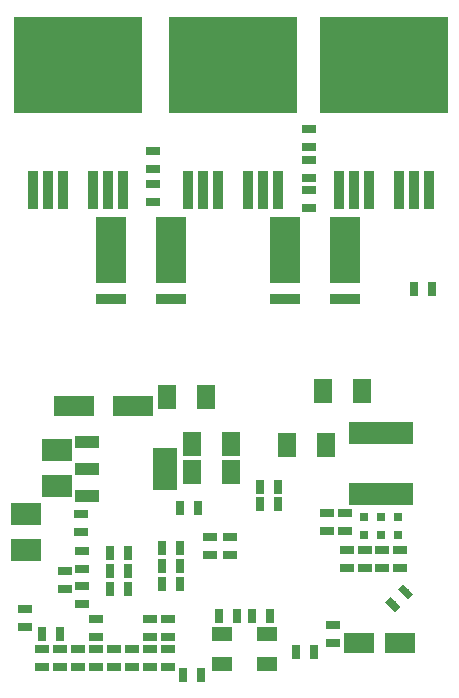
<source format=gbp>
G04 #@! TF.GenerationSoftware,KiCad,Pcbnew,(5.1.2)-1*
G04 #@! TF.CreationDate,2021-03-05T10:29:45+00:00*
G04 #@! TF.ProjectId,BLDC_4,424c4443-5f34-42e6-9b69-6361645f7063,A*
G04 #@! TF.SameCoordinates,Original*
G04 #@! TF.FileFunction,Paste,Bot*
G04 #@! TF.FilePolarity,Positive*
%FSLAX46Y46*%
G04 Gerber Fmt 4.6, Leading zero omitted, Abs format (unit mm)*
G04 Created by KiCad (PCBNEW (5.1.2)-1) date 2021-03-05 10:29:45*
%MOMM*%
%LPD*%
G04 APERTURE LIST*
%ADD10R,3.500120X1.800860*%
%ADD11R,2.540000X5.588000*%
%ADD12R,2.540000X0.889000*%
%ADD13R,2.540000X1.699260*%
%ADD14R,1.800860X1.198880*%
%ADD15R,2.499360X1.950720*%
%ADD16R,5.499100X1.849120*%
%ADD17R,0.797560X0.797560*%
%ADD18R,10.800080X8.150860*%
%ADD19R,0.899160X3.200400*%
%ADD20R,1.524000X2.032000*%
%ADD21R,1.143000X0.635000*%
%ADD22R,0.635000X1.143000*%
%ADD23R,2.032000X3.657600*%
%ADD24R,2.032000X1.016000*%
%ADD25C,0.635000*%
%ADD26C,0.150000*%
G04 APERTURE END LIST*
D10*
X89494360Y-113030000D03*
X84495640Y-113030000D03*
D11*
X102362000Y-99822000D03*
X107442000Y-99822000D03*
D12*
X102362000Y-103949500D03*
X107442000Y-103949500D03*
D11*
X87630000Y-99822000D03*
X92710000Y-99822000D03*
D12*
X87630000Y-103949500D03*
X92710000Y-103949500D03*
D13*
X108633260Y-133096000D03*
X112092740Y-133096000D03*
D14*
X97033080Y-134853680D03*
X97033080Y-132354320D03*
X100832920Y-132354320D03*
X100832920Y-134853680D03*
D15*
X80391000Y-125222000D03*
X80391000Y-122174000D03*
X83000000Y-116776000D03*
X83000000Y-119824000D03*
D16*
X110490000Y-120431560D03*
X110490000Y-115280440D03*
D17*
X111887000Y-123939300D03*
X111887000Y-122440700D03*
X110450000Y-123949300D03*
X110450000Y-122450700D03*
X109050000Y-123949300D03*
X109050000Y-122450700D03*
D18*
X110744000Y-84142580D03*
D19*
X114554000Y-94744540D03*
X113284000Y-94744540D03*
X112014000Y-94744540D03*
X109474000Y-94744540D03*
X108204000Y-94744540D03*
X106934000Y-94744540D03*
D18*
X97917000Y-84142580D03*
D19*
X101727000Y-94744540D03*
X100457000Y-94744540D03*
X99187000Y-94744540D03*
X96647000Y-94744540D03*
X95377000Y-94744540D03*
X94107000Y-94744540D03*
D18*
X84836000Y-84142580D03*
D19*
X88646000Y-94744540D03*
X87376000Y-94744540D03*
X86106000Y-94744540D03*
X83566000Y-94744540D03*
X82296000Y-94744540D03*
X81026000Y-94744540D03*
D20*
X102549000Y-116300000D03*
X105851000Y-116300000D03*
X105537000Y-111760000D03*
X108839000Y-111760000D03*
X92329000Y-112268000D03*
X95631000Y-112268000D03*
X94488000Y-116205000D03*
X97790000Y-116205000D03*
X94488000Y-118618000D03*
X97790000Y-118618000D03*
D21*
X85200000Y-125338000D03*
X85200000Y-126862000D03*
X85200000Y-129762000D03*
X85200000Y-128238000D03*
X106426000Y-131572000D03*
X106426000Y-133096000D03*
X80327500Y-130175000D03*
X80327500Y-131699000D03*
X83312000Y-135128000D03*
X83312000Y-133604000D03*
X86360000Y-135128000D03*
X86360000Y-133604000D03*
X89408000Y-135128000D03*
X89408000Y-133604000D03*
X92456000Y-135128000D03*
X92456000Y-133604000D03*
X90932000Y-135128000D03*
X90932000Y-133604000D03*
X87884000Y-135128000D03*
X87884000Y-133604000D03*
X84836000Y-135128000D03*
X84836000Y-133604000D03*
D22*
X93472000Y-121666000D03*
X94996000Y-121666000D03*
D21*
X109100000Y-125238000D03*
X109100000Y-126762000D03*
D22*
X87503000Y-128524000D03*
X89027000Y-128524000D03*
X93462000Y-128050000D03*
X91938000Y-128050000D03*
X87503000Y-127000000D03*
X89027000Y-127000000D03*
X93462000Y-126550000D03*
X91938000Y-126550000D03*
X114808000Y-103124000D03*
X113284000Y-103124000D03*
D21*
X104394000Y-91059000D03*
X104394000Y-89535000D03*
D22*
X87488000Y-125450000D03*
X89012000Y-125450000D03*
X93462000Y-125050000D03*
X91938000Y-125050000D03*
D21*
X104394000Y-94742000D03*
X104394000Y-96266000D03*
X104394000Y-92202000D03*
X104394000Y-93726000D03*
X112100000Y-125238000D03*
X112100000Y-126762000D03*
X110600000Y-125238000D03*
X110600000Y-126762000D03*
X91186000Y-94234000D03*
X91186000Y-95758000D03*
X91186000Y-91440000D03*
X91186000Y-92964000D03*
D22*
X83312000Y-132334000D03*
X81788000Y-132334000D03*
D23*
X92202000Y-118364000D03*
D24*
X85598000Y-118364000D03*
X85598000Y-116078000D03*
X85598000Y-120650000D03*
D22*
X100203000Y-119888000D03*
X101727000Y-119888000D03*
D21*
X107442000Y-123571000D03*
X107442000Y-122047000D03*
D22*
X101092000Y-130810000D03*
X99568000Y-130810000D03*
X95250000Y-135763000D03*
X93726000Y-135763000D03*
X103251000Y-133858000D03*
X104775000Y-133858000D03*
D21*
X85090000Y-123698000D03*
X85090000Y-122174000D03*
X105918000Y-123571000D03*
X105918000Y-122047000D03*
D22*
X100203000Y-121285000D03*
X101727000Y-121285000D03*
D21*
X97663000Y-125603000D03*
X97663000Y-124079000D03*
X107600000Y-126762000D03*
X107600000Y-125238000D03*
D22*
X96774000Y-130810000D03*
X98298000Y-130810000D03*
D21*
X96012000Y-124079000D03*
X96012000Y-125603000D03*
X86350000Y-132562000D03*
X86350000Y-131038000D03*
X90900000Y-132562000D03*
X90900000Y-131038000D03*
X92456000Y-132588000D03*
X92456000Y-131064000D03*
X81788000Y-133604000D03*
X81788000Y-135128000D03*
D25*
X112552815Y-128747185D03*
D26*
G36*
X112373210Y-128118567D02*
G01*
X113181433Y-128926790D01*
X112732420Y-129375803D01*
X111924197Y-128567580D01*
X112373210Y-128118567D01*
X112373210Y-128118567D01*
G37*
D25*
X111475185Y-129824815D03*
D26*
G36*
X111295580Y-129196197D02*
G01*
X112103803Y-130004420D01*
X111654790Y-130453433D01*
X110846567Y-129645210D01*
X111295580Y-129196197D01*
X111295580Y-129196197D01*
G37*
D21*
X83693000Y-127000000D03*
X83693000Y-128524000D03*
M02*

</source>
